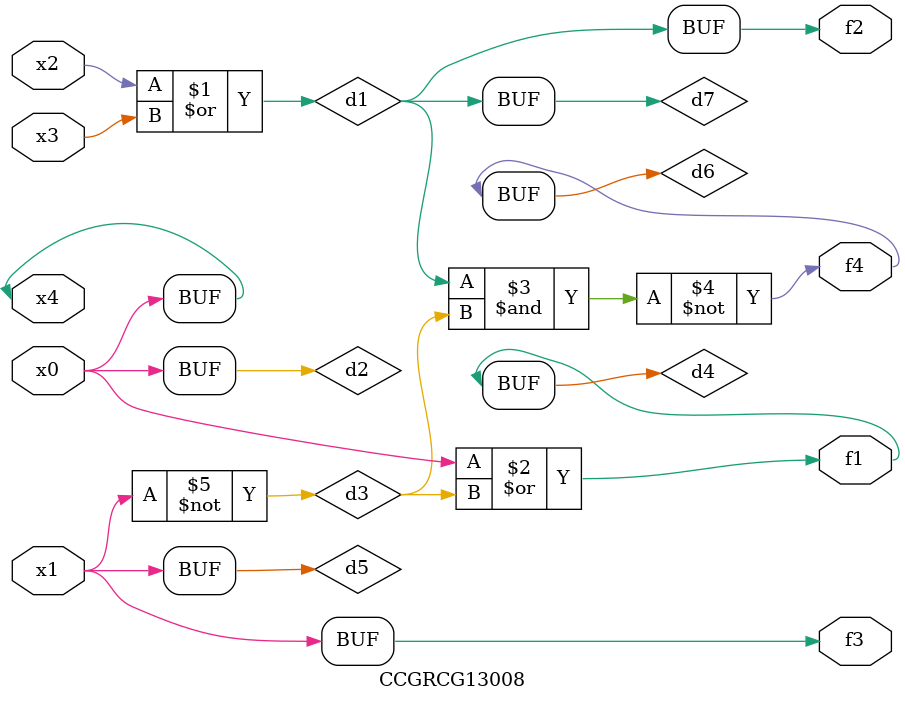
<source format=v>
module CCGRCG13008(
	input x0, x1, x2, x3, x4,
	output f1, f2, f3, f4
);

	wire d1, d2, d3, d4, d5, d6, d7;

	or (d1, x2, x3);
	buf (d2, x0, x4);
	not (d3, x1);
	or (d4, d2, d3);
	not (d5, d3);
	nand (d6, d1, d3);
	or (d7, d1);
	assign f1 = d4;
	assign f2 = d7;
	assign f3 = d5;
	assign f4 = d6;
endmodule

</source>
